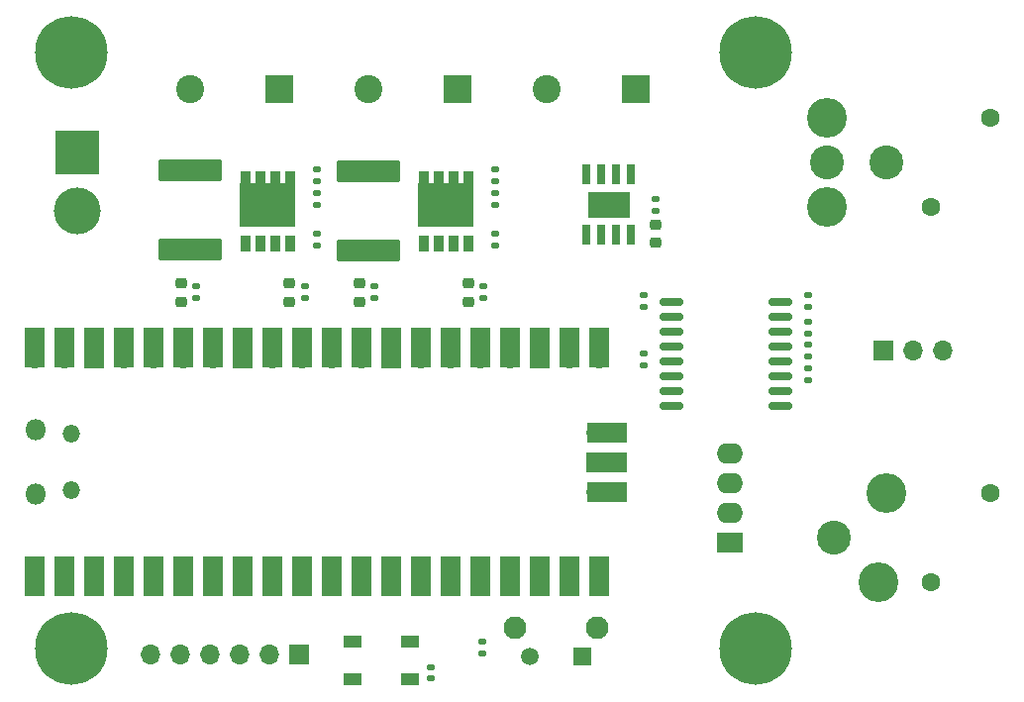
<source format=gbr>
%TF.GenerationSoftware,KiCad,Pcbnew,(6.0.0-0)*%
%TF.CreationDate,2022-10-23T23:34:44+01:00*%
%TF.ProjectId,PicoPyro,5069636f-5079-4726-9f2e-6b696361645f,rev?*%
%TF.SameCoordinates,Original*%
%TF.FileFunction,Soldermask,Top*%
%TF.FilePolarity,Negative*%
%FSLAX46Y46*%
G04 Gerber Fmt 4.6, Leading zero omitted, Abs format (unit mm)*
G04 Created by KiCad (PCBNEW (6.0.0-0)) date 2022-10-23 23:34:44*
%MOMM*%
%LPD*%
G01*
G04 APERTURE LIST*
G04 Aperture macros list*
%AMRoundRect*
0 Rectangle with rounded corners*
0 $1 Rounding radius*
0 $2 $3 $4 $5 $6 $7 $8 $9 X,Y pos of 4 corners*
0 Add a 4 corners polygon primitive as box body*
4,1,4,$2,$3,$4,$5,$6,$7,$8,$9,$2,$3,0*
0 Add four circle primitives for the rounded corners*
1,1,$1+$1,$2,$3*
1,1,$1+$1,$4,$5*
1,1,$1+$1,$6,$7*
1,1,$1+$1,$8,$9*
0 Add four rect primitives between the rounded corners*
20,1,$1+$1,$2,$3,$4,$5,0*
20,1,$1+$1,$4,$5,$6,$7,0*
20,1,$1+$1,$6,$7,$8,$9,0*
20,1,$1+$1,$8,$9,$2,$3,0*%
G04 Aperture macros list end*
%ADD10RoundRect,0.042000X-0.258000X0.833000X-0.258000X-0.833000X0.258000X-0.833000X0.258000X0.833000X0*%
%ADD11R,3.630000X2.300000*%
%ADD12C,1.950000*%
%ADD13C,1.500000*%
%ADD14R,1.500000X1.500000*%
%ADD15R,0.850000X1.450000*%
%ADD16R,0.850000X1.050000*%
%ADD17R,4.700000X3.750000*%
%ADD18R,2.400000X2.400000*%
%ADD19C,2.400000*%
%ADD20R,3.500000X1.700000*%
%ADD21O,1.700000X1.700000*%
%ADD22R,1.700000X1.700000*%
%ADD23R,1.700000X3.500000*%
%ADD24O,1.500000X1.500000*%
%ADD25O,1.800000X1.800000*%
%ADD26C,4.000000*%
%ADD27R,3.800000X3.800000*%
%ADD28C,6.200000*%
%ADD29RoundRect,0.150000X-0.875000X-0.150000X0.875000X-0.150000X0.875000X0.150000X-0.875000X0.150000X0*%
%ADD30RoundRect,0.135000X-0.185000X0.135000X-0.185000X-0.135000X0.185000X-0.135000X0.185000X0.135000X0*%
%ADD31RoundRect,0.135000X0.185000X-0.135000X0.185000X0.135000X-0.185000X0.135000X-0.185000X-0.135000X0*%
%ADD32R,2.250000X1.750000*%
%ADD33O,2.250000X1.750000*%
%ADD34C,3.400000*%
%ADD35C,2.900000*%
%ADD36C,1.600000*%
%ADD37RoundRect,0.250000X2.475000X-0.712500X2.475000X0.712500X-2.475000X0.712500X-2.475000X-0.712500X0*%
%ADD38RoundRect,0.218750X-0.256250X0.218750X-0.256250X-0.218750X0.256250X-0.218750X0.256250X0.218750X0*%
%ADD39RoundRect,0.218750X0.256250X-0.218750X0.256250X0.218750X-0.256250X0.218750X-0.256250X-0.218750X0*%
%ADD40R,1.500000X1.000000*%
%ADD41RoundRect,0.140000X0.170000X-0.140000X0.170000X0.140000X-0.170000X0.140000X-0.170000X-0.140000X0*%
%ADD42RoundRect,0.140000X-0.170000X0.140000X-0.170000X-0.140000X0.170000X-0.140000X0.170000X0.140000X0*%
G04 APERTURE END LIST*
D10*
%TO.C,U501*%
X178905000Y-73915000D03*
X177635000Y-73915000D03*
X176365000Y-73915000D03*
X175095000Y-73915000D03*
X175095000Y-79085000D03*
X176365000Y-79085000D03*
X177635000Y-79085000D03*
X178905000Y-79085000D03*
D11*
X177000000Y-76500000D03*
%TD*%
D12*
%TO.C,S701*%
X169000000Y-112662500D03*
X176000000Y-112662500D03*
D13*
X170250000Y-115162500D03*
D14*
X174750000Y-115162500D03*
%TD*%
D15*
%TO.C,Q211*%
X145895000Y-79837500D03*
X147165000Y-79837500D03*
X148435000Y-79837500D03*
X149705000Y-79837500D03*
D16*
X149705000Y-74137500D03*
X148435000Y-74137500D03*
X147165000Y-74137500D03*
X145895000Y-74137500D03*
D17*
X147800000Y-76537500D03*
%TD*%
%TO.C,Q201*%
X163060000Y-76550000D03*
D16*
X161155000Y-74150000D03*
X162425000Y-74150000D03*
X163695000Y-74150000D03*
X164965000Y-74150000D03*
D15*
X164965000Y-79850000D03*
X163695000Y-79850000D03*
X162425000Y-79850000D03*
X161155000Y-79850000D03*
%TD*%
D18*
%TO.C,J501*%
X179300000Y-66600000D03*
D19*
X171680000Y-66600000D03*
%TD*%
%TO.C,J202*%
X141190000Y-66600000D03*
D18*
X148810000Y-66600000D03*
%TD*%
%TO.C,J201*%
X164060000Y-66600000D03*
D19*
X156440000Y-66600000D03*
%TD*%
D20*
%TO.C,U001*%
X176800000Y-95960000D03*
D21*
X175900000Y-95960000D03*
D20*
X176800000Y-98500000D03*
D22*
X175900000Y-98500000D03*
D21*
X175900000Y-101040000D03*
D20*
X176800000Y-101040000D03*
D23*
X127870000Y-88710000D03*
D21*
X127870000Y-89610000D03*
X130410000Y-89610000D03*
D23*
X130410000Y-88710000D03*
D22*
X132950000Y-89610000D03*
D23*
X132950000Y-88710000D03*
D21*
X135490000Y-89610000D03*
D23*
X135490000Y-88710000D03*
X138030000Y-88710000D03*
D21*
X138030000Y-89610000D03*
X140570000Y-89610000D03*
D23*
X140570000Y-88710000D03*
D21*
X143110000Y-89610000D03*
D23*
X143110000Y-88710000D03*
D22*
X145650000Y-89610000D03*
D23*
X145650000Y-88710000D03*
X148190000Y-88710000D03*
D21*
X148190000Y-89610000D03*
D23*
X150730000Y-88710000D03*
D21*
X150730000Y-89610000D03*
X153270000Y-89610000D03*
D23*
X153270000Y-88710000D03*
X155810000Y-88710000D03*
D21*
X155810000Y-89610000D03*
D23*
X158350000Y-88710000D03*
D22*
X158350000Y-89610000D03*
D23*
X160890000Y-88710000D03*
D21*
X160890000Y-89610000D03*
X163430000Y-89610000D03*
D23*
X163430000Y-88710000D03*
D21*
X165970000Y-89610000D03*
D23*
X165970000Y-88710000D03*
X168510000Y-88710000D03*
D21*
X168510000Y-89610000D03*
D22*
X171050000Y-89610000D03*
D23*
X171050000Y-88710000D03*
D21*
X173590000Y-89610000D03*
D23*
X173590000Y-88710000D03*
D21*
X176130000Y-89610000D03*
D23*
X176130000Y-88710000D03*
D21*
X176130000Y-107390000D03*
D23*
X176130000Y-108290000D03*
X173590000Y-108290000D03*
D21*
X173590000Y-107390000D03*
D22*
X171050000Y-107390000D03*
D23*
X171050000Y-108290000D03*
D21*
X168510000Y-107390000D03*
D23*
X168510000Y-108290000D03*
D21*
X165970000Y-107390000D03*
D23*
X165970000Y-108290000D03*
X163430000Y-108290000D03*
D21*
X163430000Y-107390000D03*
X160890000Y-107390000D03*
D23*
X160890000Y-108290000D03*
X158350000Y-108290000D03*
D22*
X158350000Y-107390000D03*
D23*
X155810000Y-108290000D03*
D21*
X155810000Y-107390000D03*
X153270000Y-107390000D03*
D23*
X153270000Y-108290000D03*
X150730000Y-108290000D03*
D21*
X150730000Y-107390000D03*
X148190000Y-107390000D03*
D23*
X148190000Y-108290000D03*
X145650000Y-108290000D03*
D22*
X145650000Y-107390000D03*
D21*
X143110000Y-107390000D03*
D23*
X143110000Y-108290000D03*
X140570000Y-108290000D03*
D21*
X140570000Y-107390000D03*
D23*
X138030000Y-108290000D03*
D21*
X138030000Y-107390000D03*
D23*
X135490000Y-108290000D03*
D21*
X135490000Y-107390000D03*
D22*
X132950000Y-107390000D03*
D23*
X132950000Y-108290000D03*
X130410000Y-108290000D03*
D21*
X130410000Y-107390000D03*
D23*
X127870000Y-108290000D03*
D21*
X127870000Y-107390000D03*
D24*
X131030000Y-96075000D03*
X131030000Y-100925000D03*
D25*
X128000000Y-101225000D03*
X128000000Y-95775000D03*
%TD*%
D26*
%TO.C,J502*%
X131500000Y-77000000D03*
D27*
X131500000Y-72000000D03*
%TD*%
D28*
%TO.C,*%
X189500000Y-114500000D03*
%TD*%
%TO.C,*%
X189500000Y-63500000D03*
%TD*%
%TO.C,*%
X131000000Y-114500000D03*
%TD*%
%TO.C,*%
X131000000Y-63500000D03*
%TD*%
D29*
%TO.C,U101*%
X182350000Y-84805000D03*
X182350000Y-86075000D03*
X182350000Y-87345000D03*
X182350000Y-88615000D03*
X182350000Y-89885000D03*
X182350000Y-91155000D03*
X182350000Y-92425000D03*
X182350000Y-93695000D03*
X191650000Y-93695000D03*
X191650000Y-92425000D03*
X191650000Y-91155000D03*
X191650000Y-89885000D03*
X191650000Y-88615000D03*
X191650000Y-87345000D03*
X191650000Y-86075000D03*
X191650000Y-84805000D03*
%TD*%
D30*
%TO.C,R701*%
X166200000Y-114910000D03*
X166200000Y-113890000D03*
%TD*%
D31*
%TO.C,R601*%
X181000000Y-77010000D03*
X181000000Y-75990000D03*
%TD*%
%TO.C,R411*%
X141700000Y-83490000D03*
X141700000Y-84510000D03*
%TD*%
%TO.C,R401*%
X156960000Y-83490000D03*
X156960000Y-84510000D03*
%TD*%
%TO.C,R214*%
X152000000Y-76510000D03*
X152000000Y-75490000D03*
%TD*%
D30*
%TO.C,R213*%
X152000000Y-73490000D03*
X152000000Y-74510000D03*
%TD*%
D31*
%TO.C,R212*%
X151000000Y-84510000D03*
X151000000Y-83490000D03*
%TD*%
D30*
%TO.C,R211*%
X152000000Y-78999999D03*
X152000000Y-80019999D03*
%TD*%
D31*
%TO.C,R204*%
X167260000Y-76510000D03*
X167260000Y-75490000D03*
%TD*%
D30*
%TO.C,R203*%
X167260000Y-74510000D03*
X167260000Y-73490000D03*
%TD*%
D31*
%TO.C,R202*%
X166260000Y-84510000D03*
X166260000Y-83490000D03*
%TD*%
D30*
%TO.C,R201*%
X167260000Y-80019999D03*
X167260000Y-78999999D03*
%TD*%
D31*
%TO.C,R104*%
X194000000Y-87510000D03*
X194000000Y-86490000D03*
%TD*%
%TO.C,R103*%
X194000000Y-90490000D03*
X194000000Y-91510000D03*
%TD*%
%TO.C,R102*%
X194000000Y-88490000D03*
X194000000Y-89510000D03*
%TD*%
D30*
%TO.C,R101*%
X180000000Y-90260000D03*
X180000000Y-89240000D03*
%TD*%
D32*
%TO.C,PS101*%
X187342500Y-105357500D03*
D33*
X187342500Y-102817500D03*
X187342500Y-100277500D03*
X187342500Y-97737500D03*
%TD*%
D22*
%TO.C,J103*%
X200475000Y-89000000D03*
D21*
X203015000Y-89000000D03*
X205555000Y-89000000D03*
%TD*%
D34*
%TO.C,J102*%
X195610000Y-69040000D03*
X195610000Y-76660000D03*
D35*
X195610000Y-72850000D03*
D36*
X209580000Y-69040000D03*
X204500000Y-76660000D03*
D35*
X200690000Y-72850000D03*
%TD*%
D36*
%TO.C,J101*%
X204510000Y-108810000D03*
X209590000Y-101190000D03*
D35*
X196250000Y-105000000D03*
D34*
X200065000Y-108810000D03*
X200700000Y-101190000D03*
%TD*%
D21*
%TO.C,J001*%
X137800000Y-115000000D03*
X140340000Y-115000000D03*
X142880000Y-115000000D03*
X145420000Y-115000000D03*
X147960000Y-115000000D03*
D22*
X150500000Y-115000000D03*
%TD*%
D37*
%TO.C,F211*%
X141200000Y-73600000D03*
X141200000Y-80375000D03*
%TD*%
%TO.C,F201*%
X156460000Y-80387500D03*
X156460000Y-73612500D03*
%TD*%
D38*
%TO.C,D601*%
X181000000Y-79787500D03*
X181000000Y-78212500D03*
%TD*%
D39*
%TO.C,D411*%
X140400000Y-84787500D03*
X140400000Y-83212500D03*
%TD*%
%TO.C,D401*%
X155660000Y-84787500D03*
X155660000Y-83212500D03*
%TD*%
D40*
%TO.C,D301*%
X159950000Y-117100000D03*
X159950000Y-113900000D03*
X155050000Y-117100000D03*
X155050000Y-113900000D03*
%TD*%
D39*
%TO.C,D211*%
X149700000Y-84787500D03*
X149700000Y-83212500D03*
%TD*%
%TO.C,D201*%
X164960000Y-83212500D03*
X164960000Y-84787500D03*
%TD*%
D41*
%TO.C,C301*%
X161750000Y-116040000D03*
X161750000Y-117000000D03*
%TD*%
D42*
%TO.C,C102*%
X194000000Y-84270000D03*
X194000000Y-85230000D03*
%TD*%
%TO.C,C101*%
X180000000Y-84270000D03*
X180000000Y-85230000D03*
%TD*%
M02*

</source>
